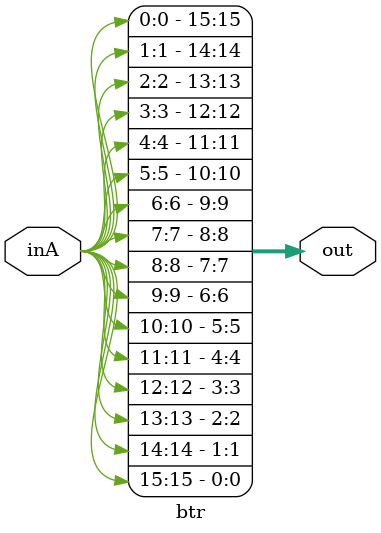
<source format=v>
module btr(inA, out);

input [15:0] inA;
output wire [15:0] out;

assign out = {inA[0],inA[1],inA[2],inA[3],inA[4],inA[5],inA[6],inA[7],inA[8],
inA[9],inA[10],inA[11],inA[12],inA[13],inA[14],inA[15]};

endmodule

</source>
